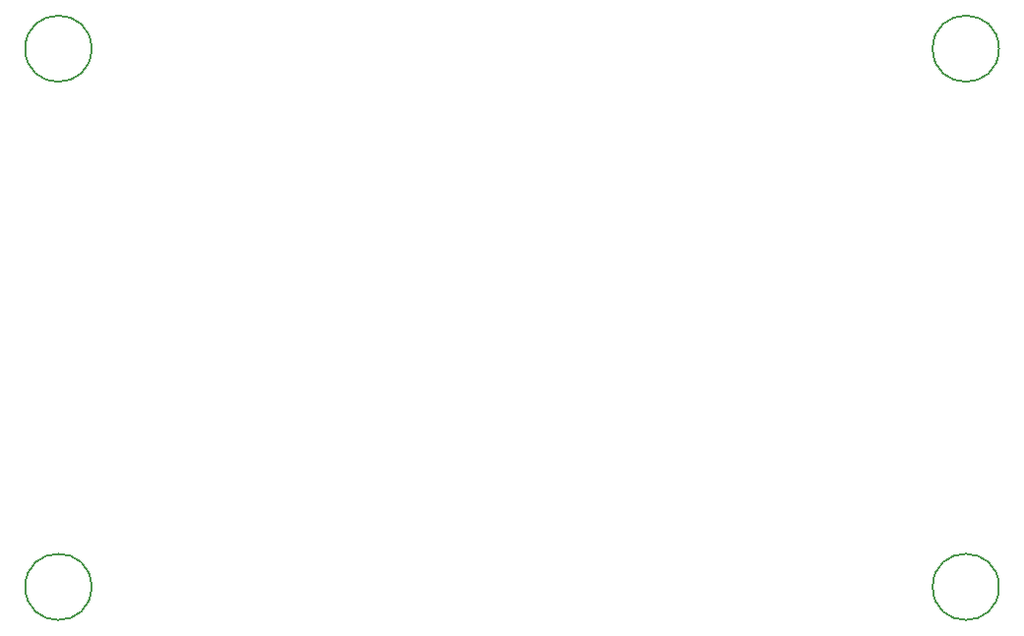
<source format=gbr>
G04 #@! TF.GenerationSoftware,KiCad,Pcbnew,7.0.9*
G04 #@! TF.CreationDate,2024-12-23T13:01:37-05:00*
G04 #@! TF.ProjectId,ramn,72616d6e-2e6b-4696-9361-645f70636258,rev?*
G04 #@! TF.SameCoordinates,Original*
G04 #@! TF.FileFunction,Other,Comment*
%FSLAX46Y46*%
G04 Gerber Fmt 4.6, Leading zero omitted, Abs format (unit mm)*
G04 Created by KiCad (PCBNEW 7.0.9) date 2024-12-23 13:01:37*
%MOMM*%
%LPD*%
G01*
G04 APERTURE LIST*
%ADD10C,0.150000*%
G04 APERTURE END LIST*
D10*
G04 #@! TO.C,H4*
X125405000Y-46990000D02*
G75*
G03*
X125405000Y-46990000I-2850000J0D01*
G01*
G04 #@! TO.C,H2*
X47300000Y-93345000D02*
G75*
G03*
X47300000Y-93345000I-2850000J0D01*
G01*
G04 #@! TO.C,H3*
X47300000Y-46990000D02*
G75*
G03*
X47300000Y-46990000I-2850000J0D01*
G01*
G04 #@! TO.C,H1*
X125405000Y-93345000D02*
G75*
G03*
X125405000Y-93345000I-2850000J0D01*
G01*
G04 #@! TD*
M02*

</source>
